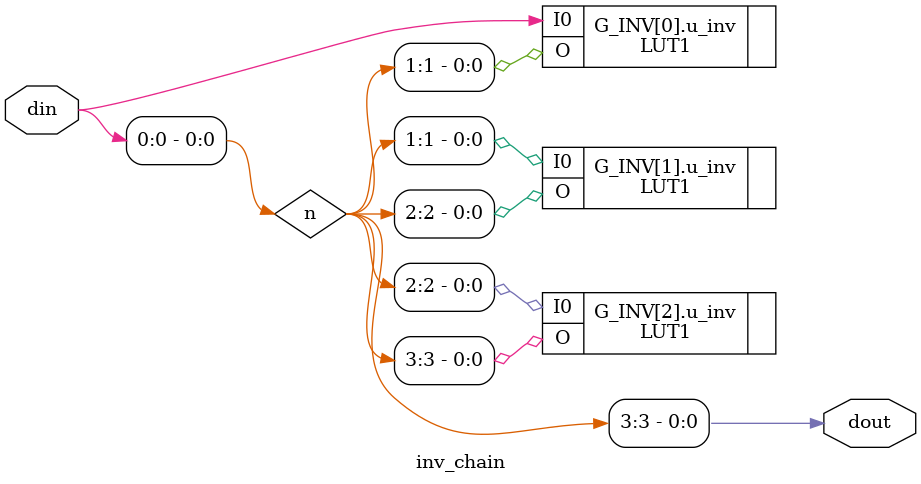
<source format=v>
`timescale 1ns/1ps
module inv_chain #(parameter STAGES = 3)(
  input  wire din,
  output wire dout
);
  wire [STAGES:0] n;
  assign n[0] = din;

  genvar i;
  generate
    for (i = 0; i < STAGES; i = i + 1) begin : G_INV
      (* KEEP = "TRUE", DONT_TOUCH = "TRUE" *)
      LUT1 #(.INIT(2'b01)) u_inv ( .I0(n[i]), .O(n[i+1]) );
    end
  endgenerate

  assign dout = n[STAGES];
endmodule

</source>
